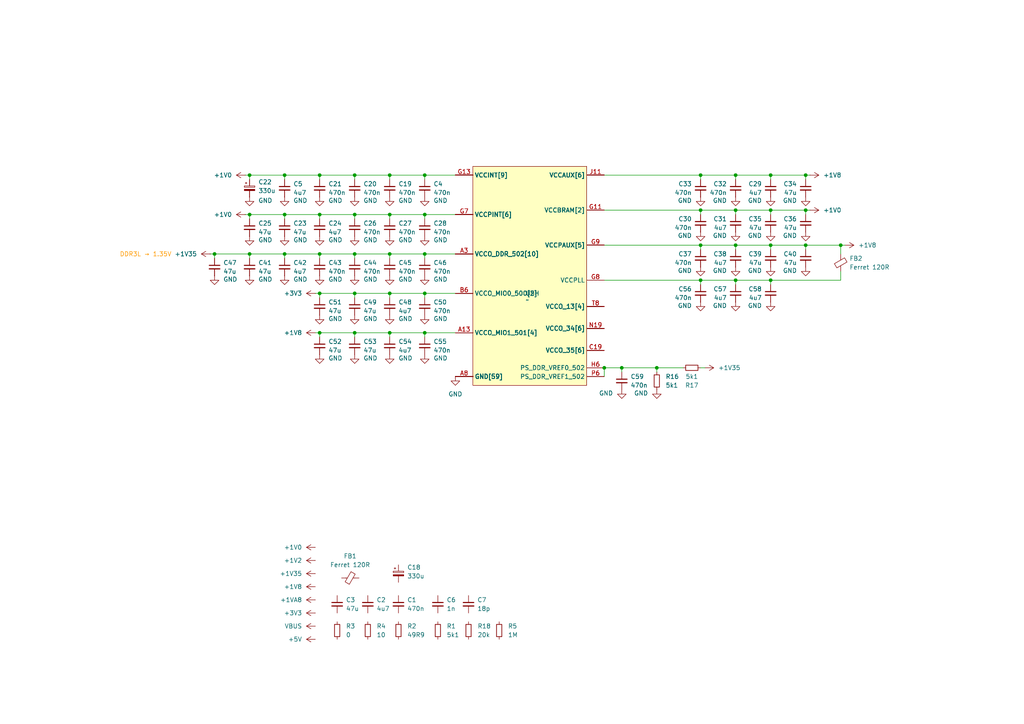
<source format=kicad_sch>
(kicad_sch (version 20231120) (generator "eeschema") (generator_version "8.0")
  (paper "A4")
  (junction (at 123.19 50.8))
  (junction (at 102.87 62.23))
  (junction (at 213.36 60.96))
  (junction (at 223.52 50.8))
  (junction (at 92.71 96.52))
  (junction (at 123.19 85.09))
  (junction (at 190.5 106.68))
  (junction (at 175.26 106.68))
  (junction (at 72.39 50.8))
  (junction (at 203.2 71.12))
  (junction (at 223.52 71.12))
  (junction (at 102.87 50.8))
  (junction (at 82.55 73.66))
  (junction (at 203.2 81.28))
  (junction (at 82.55 62.23))
  (junction (at 123.19 96.52))
  (junction (at 203.2 50.8))
  (junction (at 233.68 71.12))
  (junction (at 102.87 96.52))
  (junction (at 180.34 106.68))
  (junction (at 113.03 73.66))
  (junction (at 92.71 85.09))
  (junction (at 102.87 85.09))
  (junction (at 82.55 50.8))
  (junction (at 233.68 50.8))
  (junction (at 113.03 50.8))
  (junction (at 203.2 60.96))
  (junction (at 113.03 96.52))
  (junction (at 223.52 81.28))
  (junction (at 123.19 62.23))
  (junction (at 213.36 81.28))
  (junction (at 102.87 73.66))
  (junction (at 113.03 85.09))
  (junction (at 213.36 50.8))
  (junction (at 223.52 60.96))
  (junction (at 233.68 60.96))
  (junction (at 92.71 50.8))
  (junction (at 72.39 62.23))
  (junction (at 92.71 73.66))
  (junction (at 113.03 62.23))
  (junction (at 62.23 73.66))
  (junction (at 72.39 73.66))
  (junction (at 213.36 71.12))
  (junction (at 243.84 71.12))
  (junction (at 92.71 62.23))
  (junction (at 123.19 73.66))
  (wire (pts (xy 62.23 73.66) (xy 62.23 74.93)))
  (wire (pts (xy 123.19 85.09) (xy 123.19 86.36)))
  (wire (pts (xy 190.5 106.68) (xy 198.12 106.68)))
  (wire (pts (xy 72.39 73.66) (xy 82.55 73.66)))
  (wire (pts (xy 92.71 85.09) (xy 102.87 85.09)))
  (wire (pts (xy 92.71 73.66) (xy 102.87 73.66)))
  (wire (pts (xy 223.52 60.96) (xy 213.36 60.96)))
  (wire (pts (xy 113.03 50.8) (xy 123.19 50.8)))
  (wire (pts (xy 113.03 73.66) (xy 123.19 73.66)))
  (wire (pts (xy 203.2 106.68) (xy 204.47 106.68)))
  (wire (pts (xy 82.55 73.66) (xy 92.71 73.66)))
  (wire (pts (xy 113.03 50.8) (xy 113.03 52.07)))
  (wire (pts (xy 92.71 85.09) (xy 92.71 86.36)))
  (wire (pts (xy 123.19 96.52) (xy 132.08 96.52)))
  (wire (pts (xy 213.36 81.28) (xy 213.36 82.55)))
  (wire (pts (xy 92.71 96.52) (xy 102.87 96.52)))
  (wire (pts (xy 71.12 50.8) (xy 72.39 50.8)))
  (wire (pts (xy 175.26 60.96) (xy 203.2 60.96)))
  (wire (pts (xy 213.36 71.12) (xy 213.36 72.39)))
  (wire (pts (xy 82.55 62.23) (xy 72.39 62.23)))
  (wire (pts (xy 102.87 96.52) (xy 102.87 97.79)))
  (wire (pts (xy 92.71 50.8) (xy 92.71 52.07)))
  (wire (pts (xy 233.68 60.96) (xy 233.68 62.23)))
  (wire (pts (xy 82.55 62.23) (xy 82.55 63.5)))
  (wire (pts (xy 175.26 50.8) (xy 203.2 50.8)))
  (wire (pts (xy 223.52 50.8) (xy 223.52 52.07)))
  (wire (pts (xy 72.39 50.8) (xy 82.55 50.8)))
  (wire (pts (xy 203.2 50.8) (xy 203.2 52.07)))
  (wire (pts (xy 92.71 73.66) (xy 92.71 74.93)))
  (wire (pts (xy 113.03 96.52) (xy 123.19 96.52)))
  (wire (pts (xy 223.52 71.12) (xy 223.52 72.39)))
  (wire (pts (xy 123.19 73.66) (xy 123.19 74.93)))
  (wire (pts (xy 233.68 60.96) (xy 234.95 60.96)))
  (wire (pts (xy 223.52 60.96) (xy 223.52 62.23)))
  (wire (pts (xy 123.19 50.8) (xy 132.08 50.8)))
  (wire (pts (xy 175.26 81.28) (xy 203.2 81.28)))
  (wire (pts (xy 233.68 71.12) (xy 223.52 71.12)))
  (wire (pts (xy 203.2 81.28) (xy 213.36 81.28)))
  (wire (pts (xy 123.19 85.09) (xy 132.08 85.09)))
  (wire (pts (xy 203.2 60.96) (xy 203.2 62.23)))
  (wire (pts (xy 91.44 96.52) (xy 92.71 96.52)))
  (wire (pts (xy 213.36 50.8) (xy 213.36 52.07)))
  (wire (pts (xy 102.87 50.8) (xy 102.87 52.07)))
  (wire (pts (xy 113.03 62.23) (xy 123.19 62.23)))
  (wire (pts (xy 72.39 50.8) (xy 72.39 52.07)))
  (wire (pts (xy 123.19 50.8) (xy 123.19 52.07)))
  (wire (pts (xy 223.52 71.12) (xy 213.36 71.12)))
  (wire (pts (xy 82.55 73.66) (xy 82.55 74.93)))
  (wire (pts (xy 102.87 96.52) (xy 113.03 96.52)))
  (wire (pts (xy 175.26 106.68) (xy 175.26 109.22)))
  (wire (pts (xy 82.55 50.8) (xy 82.55 52.07)))
  (wire (pts (xy 180.34 106.68) (xy 190.5 106.68)))
  (wire (pts (xy 223.52 50.8) (xy 213.36 50.8)))
  (wire (pts (xy 92.71 62.23) (xy 92.71 63.5)))
  (wire (pts (xy 175.26 71.12) (xy 203.2 71.12)))
  (wire (pts (xy 233.68 50.8) (xy 223.52 50.8)))
  (wire (pts (xy 243.84 71.12) (xy 243.84 73.66)))
  (wire (pts (xy 62.23 73.66) (xy 72.39 73.66)))
  (wire (pts (xy 102.87 62.23) (xy 102.87 63.5)))
  (wire (pts (xy 223.52 81.28) (xy 223.52 82.55)))
  (wire (pts (xy 243.84 71.12) (xy 233.68 71.12)))
  (wire (pts (xy 180.34 106.68) (xy 180.34 107.95)))
  (wire (pts (xy 175.26 106.68) (xy 180.34 106.68)))
  (wire (pts (xy 102.87 73.66) (xy 102.87 74.93)))
  (wire (pts (xy 102.87 62.23) (xy 113.03 62.23)))
  (wire (pts (xy 243.84 71.12) (xy 245.11 71.12)))
  (wire (pts (xy 213.36 60.96) (xy 213.36 62.23)))
  (wire (pts (xy 213.36 50.8) (xy 203.2 50.8)))
  (wire (pts (xy 223.52 81.28) (xy 243.84 81.28)))
  (wire (pts (xy 123.19 62.23) (xy 123.19 63.5)))
  (wire (pts (xy 213.36 60.96) (xy 203.2 60.96)))
  (wire (pts (xy 113.03 85.09) (xy 113.03 86.36)))
  (wire (pts (xy 102.87 73.66) (xy 113.03 73.66)))
  (wire (pts (xy 123.19 73.66) (xy 132.08 73.66)))
  (wire (pts (xy 203.2 71.12) (xy 203.2 72.39)))
  (wire (pts (xy 91.44 85.09) (xy 92.71 85.09)))
  (wire (pts (xy 123.19 62.23) (xy 132.08 62.23)))
  (wire (pts (xy 190.5 106.68) (xy 190.5 107.95)))
  (wire (pts (xy 92.71 50.8) (xy 102.87 50.8)))
  (wire (pts (xy 113.03 62.23) (xy 113.03 63.5)))
  (wire (pts (xy 72.39 62.23) (xy 72.39 63.5)))
  (wire (pts (xy 243.84 81.28) (xy 243.84 78.74)))
  (wire (pts (xy 82.55 50.8) (xy 92.71 50.8)))
  (wire (pts (xy 71.12 62.23) (xy 72.39 62.23)))
  (wire (pts (xy 203.2 81.28) (xy 203.2 82.55)))
  (wire (pts (xy 113.03 85.09) (xy 123.19 85.09)))
  (wire (pts (xy 233.68 50.8) (xy 234.95 50.8)))
  (wire (pts (xy 233.68 60.96) (xy 223.52 60.96)))
  (wire (pts (xy 213.36 81.28) (xy 223.52 81.28)))
  (wire (pts (xy 113.03 73.66) (xy 113.03 74.93)))
  (wire (pts (xy 233.68 71.12) (xy 233.68 72.39)))
  (wire (pts (xy 213.36 71.12) (xy 203.2 71.12)))
  (wire (pts (xy 92.71 96.52) (xy 92.71 97.79)))
  (wire (pts (xy 102.87 85.09) (xy 102.87 86.36)))
  (wire (pts (xy 102.87 85.09) (xy 113.03 85.09)))
  (wire (pts (xy 92.71 62.23) (xy 102.87 62.23)))
  (wire (pts (xy 72.39 73.66) (xy 72.39 74.93)))
  (wire (pts (xy 113.03 96.52) (xy 113.03 97.79)))
  (wire (pts (xy 92.71 62.23) (xy 82.55 62.23)))
  (wire (pts (xy 60.96 73.66) (xy 62.23 73.66)))
  (wire (pts (xy 233.68 50.8) (xy 233.68 52.07)))
  (wire (pts (xy 102.87 50.8) (xy 113.03 50.8)))
  (wire (pts (xy 123.19 96.52) (xy 123.19 97.79)))
  (text "DDR3L → 1.35V" (at 49.784 73.914 0) (effects (font (size 1.27 1.27)) (justify right)))
  (symbol (lib_id "power:+1V8") (at 91.44 170.18 90) (unit 1)
    (property "Reference" "#PWR05" (effects (hide yes)))
    (property "Value" "+1V8" (at 87.63 170.1799 90) (effects (justify left)))
    (property "Description" "Power symbol creates a global label with name \"+1V8\"" (effects (hide yes)))
  )
  (symbol (lib_id "Device:C_Small") (at 123.19 77.47 0) (unit 1)
    (property "Reference" "C46" (at 125.73 76.2062 0) (effects (justify left)))
    (property "Value" "470n" (at 125.73 78.7462 0) (effects (justify left)))
    (property "Footprint" "otter:C_0402" (effects (hide yes)))
    (property "Description" "Unpolarized capacitor, small symbol" (effects (hide yes)))
  )
  (symbol (lib_id "Device:R_Small") (at 106.68 182.88 0) (unit 1)
    (property "Reference" "R4" (at 109.22 181.6099 0) (effects (justify left)))
    (property "Value" "10" (at 109.22 184.1499 0) (effects (justify left)))
    (property "Footprint" "otter:R_0402" (effects (hide yes)))
    (property "Description" "Resistor, small symbol" (effects (hide yes)))
  )
  (symbol (lib_id "Device:FerriteBead_Small") (at 243.84 76.2 0) (mirror x) (unit 1)
    (property "Reference" "FB2" (at 246.38 74.968 0) (effects (justify left)))
    (property "Value" "Ferret 120R" (at 246.38 77.508 0) (effects (justify left)))
    (property "Description" "Ferrite bead, small symbol" (effects (hide yes)))
  )
  (symbol (lib_id "Device:FerriteBead_Small") (at 101.6 167.64 90) (unit 1)
    (property "Reference" "FB1" (at 101.5619 161.29 90))
    (property "Value" "Ferret 120R" (at 101.5619 163.83 90))
    (property "Description" "Ferrite bead, small symbol" (effects (hide yes)))
  )
  (symbol (lib_id "Device:C_Small") (at 203.2 85.09 0) (mirror y) (unit 1)
    (property "Reference" "C56" (at 200.66 83.8262 0) (effects (justify left)))
    (property "Value" "470n" (at 200.66 86.3662 0) (effects (justify left)))
    (property "Footprint" "otter:C_0402" (effects (hide yes)))
    (property "Description" "Unpolarized capacitor, small symbol" (effects (hide yes)))
  )
  (symbol (lib_id "power:GND") (at 190.5 113.03 0) (mirror y) (unit 1)
    (property "Reference" "#PWR073" (effects (hide yes)))
    (property "Value" "GND" (at 185.928 114.046 0))
    (property "Description" "Power symbol creates a global label with name \"GND\" , ground" (effects (hide yes)))
  )
  (symbol (lib_id "Device:C_Small") (at 113.03 100.33 0) (unit 1)
    (property "Reference" "C54" (at 115.57 99.0662 0) (effects (justify left)))
    (property "Value" "4u7" (at 115.57 101.6062 0) (effects (justify left)))
    (property "Footprint" "otter:C_0603" (effects (hide yes)))
    (property "Description" "Unpolarized capacitor, small symbol" (effects (hide yes)))
  )
  (symbol (lib_id "power:GND") (at 123.19 57.15 0) (unit 1)
    (property "Reference" "#PWR02" (effects (hide yes)))
    (property "Value" "GND" (at 127.762 58.166 0))
    (property "Description" "Power symbol creates a global label with name \"GND\" , ground" (effects (hide yes)))
  )
  (symbol (lib_id "power:GND") (at 82.55 80.01 0) (unit 1)
    (property "Reference" "#PWR051" (effects (hide yes)))
    (property "Value" "GND" (at 87.122 81.026 0))
    (property "Description" "Power symbol creates a global label with name \"GND\" , ground" (effects (hide yes)))
  )
  (symbol (lib_id "Device:C_Small") (at 203.2 54.61 0) (mirror y) (unit 1)
    (property "Reference" "C33" (at 200.66 53.3462 0) (effects (justify left)))
    (property "Value" "470n" (at 200.66 55.8862 0) (effects (justify left)))
    (property "Footprint" "otter:C_0402" (effects (hide yes)))
    (property "Description" "Unpolarized capacitor, small symbol" (effects (hide yes)))
  )
  (symbol (lib_id "power:GND") (at 82.55 68.58 0) (unit 1)
    (property "Reference" "#PWR032" (effects (hide yes)))
    (property "Value" "GND" (at 87.122 69.596 0))
    (property "Description" "Power symbol creates a global label with name \"GND\" , ground" (effects (hide yes)))
  )
  (symbol (lib_id "Device:C_Small") (at 135.89 175.26 0) (unit 1)
    (property "Reference" "C7" (at 138.43 173.9962 0) (effects (justify left)))
    (property "Value" "18p" (at 138.43 176.5362 0) (effects (justify left)))
    (property "Footprint" "otter:C_0402" (effects (hide yes)))
    (property "Description" "Unpolarized capacitor, small symbol" (effects (hide yes)))
  )
  (symbol (lib_id "Device:C_Small") (at 223.52 64.77 0) (mirror y) (unit 1)
    (property "Reference" "C35" (at 220.98 63.5062 0) (effects (justify left)))
    (property "Value" "47u" (at 220.98 66.0462 0) (effects (justify left)))
    (property "Footprint" "otter:C_0805" (effects (hide yes)))
    (property "Description" "Unpolarized capacitor, small symbol" (effects (hide yes)))
  )
  (symbol (lib_id "power:GND") (at 113.03 91.44 0) (unit 1)
    (property "Reference" "#PWR058" (effects (hide yes)))
    (property "Value" "GND" (at 117.602 92.456 0))
    (property "Description" "Power symbol creates a global label with name \"GND\" , ground" (effects (hide yes)))
  )
  (symbol (lib_id "power:GND") (at 102.87 80.01 0) (unit 1)
    (property "Reference" "#PWR053" (effects (hide yes)))
    (property "Value" "GND" (at 107.442 81.026 0))
    (property "Description" "Power symbol creates a global label with name \"GND\" , ground" (effects (hide yes)))
  )
  (symbol (lib_id "power:+3V3") (at 91.44 85.09 90) (unit 1)
    (property "Reference" "#PWR075" (effects (hide yes)))
    (property "Value" "+3V3" (at 87.63 85.0899 90) (effects (justify left)))
    (property "Description" "Power symbol creates a global label with name \"+3V3\"" (effects (hide yes)))
  )
  (symbol (lib_id "Device:C_Small") (at 113.03 54.61 0) (unit 1)
    (property "Reference" "C19" (at 115.57 53.3462 0) (effects (justify left)))
    (property "Value" "470n" (at 115.57 55.8862 0) (effects (justify left)))
    (property "Footprint" "otter:C_0402" (effects (hide yes)))
    (property "Description" "Unpolarized capacitor, small symbol" (effects (hide yes)))
  )
  (symbol (lib_id "power:+1V35") (at 91.44 166.37 90) (unit 1)
    (property "Reference" "#PWR08" (effects (hide yes)))
    (property "Value" "+1V35" (at 87.63 166.3699 90) (effects (justify left)))
    (property "Description" "Power symbol creates a global label with name \"+1V35\"" (effects (hide yes)))
  )
  (symbol (lib_id "Device:C_Small") (at 113.03 77.47 0) (unit 1)
    (property "Reference" "C45" (at 115.57 76.2062 0) (effects (justify left)))
    (property "Value" "470n" (at 115.57 78.7462 0) (effects (justify left)))
    (property "Footprint" "otter:C_0402" (effects (hide yes)))
    (property "Description" "Unpolarized capacitor, small symbol" (effects (hide yes)))
  )
  (symbol (lib_id "power:GND") (at 92.71 68.58 0) (unit 1)
    (property "Reference" "#PWR033" (effects (hide yes)))
    (property "Value" "GND" (at 97.282 69.596 0))
    (property "Description" "Power symbol creates a global label with name \"GND\" , ground" (effects (hide yes)))
  )
  (symbol (lib_id "power:GND") (at 92.71 102.87 0) (unit 1)
    (property "Reference" "#PWR061" (effects (hide yes)))
    (property "Value" "GND" (at 97.282 103.886 0))
    (property "Description" "Power symbol creates a global label with name \"GND\" , ground" (effects (hide yes)))
  )
  (symbol (lib_id "power:GND") (at 92.71 57.15 0) (unit 1)
    (property "Reference" "#PWR031" (effects (hide yes)))
    (property "Value" "GND" (at 97.282 58.166 0))
    (property "Description" "Power symbol creates a global label with name \"GND\" , ground" (effects (hide yes)))
  )
  (symbol (lib_id "Device:R_Small") (at 135.89 182.88 0) (unit 1)
    (property "Reference" "R18" (at 138.4906 181.6099 0) (effects (justify left)))
    (property "Value" "20k" (at 138.4906 184.1499 0) (effects (justify left)))
    (property "Footprint" "otter:R_0402" (effects (hide yes)))
    (property "Description" "Resistor, small symbol" (effects (hide yes)))
  )
  (symbol (lib_id "power:GND") (at 132.08 109.22 0) (unit 1)
    (property "Reference" "#PWR01" (effects (hide yes)))
    (property "Value" "GND" (at 132.08 114.3 0))
    (property "Description" "Power symbol creates a global label with name \"GND\" , ground" (effects (hide yes)))
  )
  (symbol (lib_id "power:GND") (at 203.2 87.63 0) (mirror y) (unit 1)
    (property "Reference" "#PWR065" (effects (hide yes)))
    (property "Value" "GND" (at 198.628 88.646 0))
    (property "Description" "Power symbol creates a global label with name \"GND\" , ground" (effects (hide yes)))
  )
  (symbol (lib_id "Device:C_Small") (at 72.39 77.47 0) (unit 1)
    (property "Reference" "C41" (at 74.93 76.2062 0) (effects (justify left)))
    (property "Value" "47u" (at 74.93 78.7462 0) (effects (justify left)))
    (property "Footprint" "otter:C_0805" (effects (hide yes)))
    (property "Description" "Unpolarized capacitor, small symbol" (effects (hide yes)))
  )
  (symbol (lib_id "Device:C_Small") (at 223.52 54.61 0) (mirror y) (unit 1)
    (property "Reference" "C29" (at 220.98 53.3462 0) (effects (justify left)))
    (property "Value" "4u7" (at 220.98 55.8862 0) (effects (justify left)))
    (property "Footprint" "otter:C_0603" (effects (hide yes)))
    (property "Description" "Unpolarized capacitor, small symbol" (effects (hide yes)))
  )
  (symbol (lib_id "power:GND") (at 180.34 113.03 0) (mirror y) (unit 1)
    (property "Reference" "#PWR072" (effects (hide yes)))
    (property "Value" "GND" (at 175.768 114.046 0))
    (property "Description" "Power symbol creates a global label with name \"GND\" , ground" (effects (hide yes)))
  )
  (symbol (lib_id "Device:C_Small") (at 233.68 64.77 0) (mirror y) (unit 1)
    (property "Reference" "C36" (at 231.14 63.5062 0) (effects (justify left)))
    (property "Value" "47u" (at 231.14 66.0462 0) (effects (justify left)))
    (property "Footprint" "otter:C_0805" (effects (hide yes)))
    (property "Description" "Unpolarized capacitor, small symbol" (effects (hide yes)))
  )
  (symbol (lib_id "power:GND") (at 203.2 57.15 0) (mirror y) (unit 1)
    (property "Reference" "#PWR042" (effects (hide yes)))
    (property "Value" "GND" (at 198.628 58.166 0))
    (property "Description" "Power symbol creates a global label with name \"GND\" , ground" (effects (hide yes)))
  )
  (symbol (lib_id "Device:C_Small") (at 203.2 74.93 0) (mirror y) (unit 1)
    (property "Reference" "C37" (at 200.66 73.6662 0) (effects (justify left)))
    (property "Value" "470n" (at 200.66 76.2062 0) (effects (justify left)))
    (property "Footprint" "otter:C_0402" (effects (hide yes)))
    (property "Description" "Unpolarized capacitor, small symbol" (effects (hide yes)))
  )
  (symbol (lib_id "power:GND") (at 102.87 68.58 0) (unit 1)
    (property "Reference" "#PWR035" (effects (hide yes)))
    (property "Value" "GND" (at 107.442 69.596 0))
    (property "Description" "Power symbol creates a global label with name \"GND\" , ground" (effects (hide yes)))
  )
  (symbol (lib_id "power:GND") (at 92.71 91.44 0) (unit 1)
    (property "Reference" "#PWR060" (effects (hide yes)))
    (property "Value" "GND" (at 97.282 92.456 0))
    (property "Description" "Power symbol creates a global label with name \"GND\" , ground" (effects (hide yes)))
  )
  (symbol (lib_id "power:+1V0") (at 71.12 62.23 90) (unit 1)
    (property "Reference" "#PWR068" (effects (hide yes)))
    (property "Value" "+1V0" (at 67.31 62.2299 90) (effects (justify left)))
    (property "Description" "Power symbol creates a global label with name \"+1V0\"" (effects (hide yes)))
  )
  (symbol (lib_id "Device:C_Small") (at 102.87 66.04 0) (unit 1)
    (property "Reference" "C26" (at 105.41 64.7762 0) (effects (justify left)))
    (property "Value" "470n" (at 105.41 67.3162 0) (effects (justify left)))
    (property "Footprint" "otter:C_0402" (effects (hide yes)))
    (property "Description" "Unpolarized capacitor, small symbol" (effects (hide yes)))
  )
  (symbol (lib_id "Device:C_Small") (at 180.34 110.49 0) (unit 1)
    (property "Reference" "C59" (at 182.88 109.2262 0) (effects (justify left)))
    (property "Value" "470n" (at 182.88 111.7662 0) (effects (justify left)))
    (property "Footprint" "otter:C_0402" (effects (hide yes)))
    (property "Description" "Unpolarized capacitor, small symbol" (effects (hide yes)))
  )
  (symbol (lib_id "Device:C_Small") (at 233.68 54.61 0) (mirror y) (unit 1)
    (property "Reference" "C34" (at 231.14 53.3462 0) (effects (justify left)))
    (property "Value" "47u" (at 231.14 55.8862 0) (effects (justify left)))
    (property "Footprint" "otter:C_0805" (effects (hide yes)))
    (property "Description" "Unpolarized capacitor, small symbol" (effects (hide yes)))
  )
  (symbol (lib_id "power:GND") (at 72.39 57.15 0) (unit 1)
    (property "Reference" "#PWR04" (effects (hide yes)))
    (property "Value" "GND" (at 76.962 58.166 0))
    (property "Description" "Power symbol creates a global label with name \"GND\" , ground" (effects (hide yes)))
  )
  (symbol (lib_id "power:GND") (at 102.87 57.15 0) (unit 1)
    (property "Reference" "#PWR030" (effects (hide yes)))
    (property "Value" "GND" (at 107.442 58.166 0))
    (property "Description" "Power symbol creates a global label with name \"GND\" , ground" (effects (hide yes)))
  )
  (symbol (lib_id "Device:C_Small") (at 223.52 85.09 0) (mirror y) (unit 1)
    (property "Reference" "C58" (at 220.98 83.8262 0) (effects (justify left)))
    (property "Value" "4u7" (at 220.98 86.3662 0) (effects (justify left)))
    (property "Footprint" "otter:C_0603" (effects (hide yes)))
    (property "Description" "Unpolarized capacitor, small symbol" (effects (hide yes)))
  )
  (symbol (lib_id "power:GND") (at 223.52 87.63 0) (mirror y) (unit 1)
    (property "Reference" "#PWR067" (effects (hide yes)))
    (property "Value" "GND" (at 218.948 88.646 0))
    (property "Description" "Power symbol creates a global label with name \"GND\" , ground" (effects (hide yes)))
  )
  (symbol (lib_id "power:GND") (at 123.19 80.01 0) (unit 1)
    (property "Reference" "#PWR055" (effects (hide yes)))
    (property "Value" "GND" (at 127.762 81.026 0))
    (property "Description" "Power symbol creates a global label with name \"GND\" , ground" (effects (hide yes)))
  )
  (symbol (lib_id "Device:C_Small") (at 92.71 77.47 0) (unit 1)
    (property "Reference" "C43" (at 95.25 76.2062 0) (effects (justify left)))
    (property "Value" "470n" (at 95.25 78.7462 0) (effects (justify left)))
    (property "Footprint" "otter:C_0402" (effects (hide yes)))
    (property "Description" "Unpolarized capacitor, small symbol" (effects (hide yes)))
  )
  (symbol (lib_id "Device:C_Small") (at 213.36 74.93 0) (mirror y) (unit 1)
    (property "Reference" "C38" (at 210.82 73.6662 0) (effects (justify left)))
    (property "Value" "4u7" (at 210.82 76.2062 0) (effects (justify left)))
    (property "Footprint" "otter:C_0603" (effects (hide yes)))
    (property "Description" "Unpolarized capacitor, small symbol" (effects (hide yes)))
  )
  (symbol (lib_id "power:+1V8") (at 91.44 96.52 90) (unit 1)
    (property "Reference" "#PWR074" (effects (hide yes)))
    (property "Value" "+1V8" (at 87.63 96.5199 90) (effects (justify left)))
    (property "Description" "Power symbol creates a global label with name \"+1V8\"" (effects (hide yes)))
  )
  (symbol (lib_id "Device:C_Small") (at 213.36 85.09 0) (mirror y) (unit 1)
    (property "Reference" "C57" (at 210.82 83.8262 0) (effects (justify left)))
    (property "Value" "4u7" (at 210.82 86.3662 0) (effects (justify left)))
    (property "Footprint" "otter:C_0603" (effects (hide yes)))
    (property "Description" "Unpolarized capacitor, small symbol" (effects (hide yes)))
  )
  (symbol (lib_id "Device:R_Small") (at 127 182.88 0) (unit 1)
    (property "Reference" "R1" (at 129.54 181.6099 0) (effects (justify left)))
    (property "Value" "5k1" (at 129.54 184.1499 0) (effects (justify left)))
    (property "Footprint" "otter:R_0402" (effects (hide yes)))
    (property "Description" "Resistor, small symbol" (effects (hide yes)))
  )
  (symbol (lib_id "Device:C_Small") (at 92.71 100.33 0) (unit 1)
    (property "Reference" "C52" (at 95.25 99.0662 0) (effects (justify left)))
    (property "Value" "47u" (at 95.25 101.6062 0) (effects (justify left)))
    (property "Footprint" "otter:C_0805" (effects (hide yes)))
    (property "Description" "Unpolarized capacitor, small symbol" (effects (hide yes)))
  )
  (symbol (lib_id "Device:C_Small") (at 102.87 54.61 0) (unit 1)
    (property "Reference" "C20" (at 105.41 53.3462 0) (effects (justify left)))
    (property "Value" "470n" (at 105.41 55.8862 0) (effects (justify left)))
    (property "Footprint" "otter:C_0402" (effects (hide yes)))
    (property "Description" "Unpolarized capacitor, small symbol" (effects (hide yes)))
  )
  (symbol (lib_id "Device:C_Small") (at 223.52 74.93 0) (mirror y) (unit 1)
    (property "Reference" "C39" (at 220.98 73.6662 0) (effects (justify left)))
    (property "Value" "47u" (at 220.98 76.2062 0) (effects (justify left)))
    (property "Footprint" "otter:C_0805" (effects (hide yes)))
    (property "Description" "Unpolarized capacitor, small symbol" (effects (hide yes)))
  )
  (symbol (lib_id "power:GND") (at 213.36 77.47 0) (mirror y) (unit 1)
    (property "Reference" "#PWR047" (effects (hide yes)))
    (property "Value" "GND" (at 208.788 78.486 0))
    (property "Description" "Power symbol creates a global label with name \"GND\" , ground" (effects (hide yes)))
  )
  (symbol (lib_id "power:+1V2") (at 91.44 162.56 90) (unit 1)
    (property "Reference" "#PWR012" (effects (hide yes)))
    (property "Value" "+1V2" (at 87.63 162.5599 90) (effects (justify left)))
    (property "Description" "Power symbol creates a global label with name \"+1V2\"" (effects (hide yes)))
  )
  (symbol (lib_id "Device:C_Small") (at 233.68 74.93 0) (mirror y) (unit 1)
    (property "Reference" "C40" (at 231.14 73.6662 0) (effects (justify left)))
    (property "Value" "47u" (at 231.14 76.2062 0) (effects (justify left)))
    (property "Footprint" "otter:C_0805" (effects (hide yes)))
    (property "Description" "Unpolarized capacitor, small symbol" (effects (hide yes)))
  )
  (symbol (lib_id "power:+1V0") (at 234.95 60.96 270) (unit 1)
    (property "Reference" "#PWR080" (effects (hide yes)))
    (property "Value" "+1V0" (at 238.76 60.9599 90) (effects (justify left)))
    (property "Description" "Power symbol creates a global label with name \"+1V0\"" (effects (hide yes)))
  )
  (symbol (lib_id "Device:C_Small") (at 203.2 64.77 0) (mirror y) (unit 1)
    (property "Reference" "C30" (at 200.66 63.5062 0) (effects (justify left)))
    (property "Value" "470n" (at 200.66 66.0462 0) (effects (justify left)))
    (property "Footprint" "otter:C_0402" (effects (hide yes)))
    (property "Description" "Unpolarized capacitor, small symbol" (effects (hide yes)))
  )
  (symbol (lib_id "power:+1V8") (at 91.44 173.99 90) (unit 1)
    (property "Reference" "#PWR09" (effects (hide yes)))
    (property "Value" "+1VA8" (at 87.63 173.9899 90) (effects (justify left)))
    (property "Description" "Power symbol creates a global label with name \"+1V8\"" (effects (hide yes)))
  )
  (symbol (lib_id "Device:C_Polarized_Small") (at 115.57 166.37 0) (unit 1)
    (property "Reference" "C18" (at 118.11 164.5538 0) (effects (justify left)))
    (property "Value" "330u" (at 118.11 167.0938 0) (effects (justify left)))
    (property "Footprint" "Capacitor_Tantalum_SMD:CP_EIA-7343-15_Kemet-W" (effects (hide yes)))
    (property "Description" "Polarized capacitor, small symbol" (effects (hide yes)))
  )
  (symbol (lib_id "Device:R_Small") (at 115.57 182.88 0) (unit 1)
    (property "Reference" "R2" (at 118.11 181.6099 0) (effects (justify left)))
    (property "Value" "49R9" (at 118.11 184.1499 0) (effects (justify left)))
    (property "Footprint" "otter:R_0402" (effects (hide yes)))
    (property "Description" "Resistor, small symbol" (effects (hide yes)))
  )
  (symbol (lib_id "power:+5V") (at 91.44 185.42 90) (unit 1)
    (property "Reference" "#PWR011" (effects (hide yes)))
    (property "Value" "+5V" (at 87.63 185.4199 90) (effects (justify left)))
    (property "Description" "Power symbol creates a global label with name \"+5V\"" (effects (hide yes)))
  )
  (symbol (lib_id "Device:C_Small") (at 97.79 175.26 0) (unit 1)
    (property "Reference" "C3" (at 100.33 173.9962 0) (effects (justify left)))
    (property "Value" "47u" (at 100.33 176.5362 0) (effects (justify left)))
    (property "Footprint" "otter:C_0805" (effects (hide yes)))
    (property "Description" "Unpolarized capacitor, small symbol" (effects (hide yes)))
  )
  (symbol (lib_id "power:GND") (at 62.23 80.01 0) (unit 1)
    (property "Reference" "#PWR056" (effects (hide yes)))
    (property "Value" "GND" (at 66.802 81.026 0))
    (property "Description" "Power symbol creates a global label with name \"GND\" , ground" (effects (hide yes)))
  )
  (symbol (lib_id "Device:C_Small") (at 123.19 88.9 0) (unit 1)
    (property "Reference" "C50" (at 125.73 87.6362 0) (effects (justify left)))
    (property "Value" "470n" (at 125.73 90.1762 0) (effects (justify left)))
    (property "Footprint" "otter:C_0402" (effects (hide yes)))
    (property "Description" "Unpolarized capacitor, small symbol" (effects (hide yes)))
  )
  (symbol (lib_id "Device:C_Small") (at 213.36 54.61 0) (mirror y) (unit 1)
    (property "Reference" "C32" (at 210.82 53.3462 0) (effects (justify left)))
    (property "Value" "470n" (at 210.82 55.8862 0) (effects (justify left)))
    (property "Footprint" "otter:C_0402" (effects (hide yes)))
    (property "Description" "Unpolarized capacitor, small symbol" (effects (hide yes)))
  )
  (symbol (lib_id "power:+1V35") (at 60.96 73.66 90) (unit 1)
    (property "Reference" "#PWR070" (effects (hide yes)))
    (property "Value" "+1V35" (at 57.15 73.6599 90) (effects (justify left)))
    (property "Description" "Power symbol creates a global label with name \"+1V35\"" (effects (hide yes)))
  )
  (symbol (lib_id "Device:C_Small") (at 127 175.26 0) (unit 1)
    (property "Reference" "C6" (at 129.54 173.9962 0) (effects (justify left)))
    (property "Value" "1n" (at 129.54 176.5362 0) (effects (justify left)))
    (property "Footprint" "otter:C_0603" (effects (hide yes)))
    (property "Description" "Unpolarized capacitor, small symbol" (effects (hide yes)))
  )
  (symbol (lib_id "Device:C_Small") (at 82.55 66.04 0) (unit 1)
    (property "Reference" "C23" (at 85.09 64.7762 0) (effects (justify left)))
    (property "Value" "47u" (at 85.09 67.3162 0) (effects (justify left)))
    (property "Footprint" "otter:C_0805" (effects (hide yes)))
    (property "Description" "Unpolarized capacitor, small symbol" (effects (hide yes)))
  )
  (symbol (lib_id "power:+3V3") (at 91.44 177.8 90) (unit 1)
    (property "Reference" "#PWR07" (effects (hide yes)))
    (property "Value" "+3V3" (at 87.63 177.7999 90) (effects (justify left)))
    (property "Description" "Power symbol creates a global label with name \"+3V3\"" (effects (hide yes)))
  )
  (symbol (lib_id "power:GND") (at 213.36 87.63 0) (mirror y) (unit 1)
    (property "Reference" "#PWR066" (effects (hide yes)))
    (property "Value" "GND" (at 208.788 88.646 0))
    (property "Description" "Power symbol creates a global label with name \"GND\" , ground" (effects (hide yes)))
  )
  (symbol (lib_id "power:GND") (at 92.71 80.01 0) (unit 1)
    (property "Reference" "#PWR052" (effects (hide yes)))
    (property "Value" "GND" (at 97.282 81.026 0))
    (property "Description" "Power symbol creates a global label with name \"GND\" , ground" (effects (hide yes)))
  )
  (symbol (lib_id "power:GND") (at 233.68 57.15 0) (mirror y) (unit 1)
    (property "Reference" "#PWR039" (effects (hide yes)))
    (property "Value" "GND" (at 229.108 58.166 0))
    (property "Description" "Power symbol creates a global label with name \"GND\" , ground" (effects (hide yes)))
  )
  (symbol (lib_id "otter:XC7Z020-1CLG400C") (at 132.08 111.76 0) (unit 8)
    (property "Reference" "U5" (at 152.4 85.0899 0) (effects (justify left)))
    (property "Value" "~" (at 152.4 86.995 0) (effects (justify left)))
    (property "Footprint" "otter:1CLG400C" (effects (hide yes)))
  )
  (symbol (lib_id "Device:R_Small") (at 97.79 182.88 0) (unit 1)
    (property "Reference" "R3" (at 100.33 181.6099 0) (effects (justify left)))
    (property "Value" "0" (at 100.33 184.1499 0) (effects (justify left)))
    (property "Footprint" "otter:R_0402" (effects (hide yes)))
    (property "Description" "Resistor, small symbol" (effects (hide yes)))
  )
  (symbol (lib_id "power:GND") (at 113.03 80.01 0) (unit 1)
    (property "Reference" "#PWR054" (effects (hide yes)))
    (property "Value" "GND" (at 117.602 81.026 0))
    (property "Description" "Power symbol creates a global label with name \"GND\" , ground" (effects (hide yes)))
  )
  (symbol (lib_id "power:GND") (at 123.19 102.87 0) (unit 1)
    (property "Reference" "#PWR064" (effects (hide yes)))
    (property "Value" "GND" (at 127.762 103.886 0))
    (property "Description" "Power symbol creates a global label with name \"GND\" , ground" (effects (hide yes)))
  )
  (symbol (lib_id "Device:C_Small") (at 106.68 175.26 0) (unit 1)
    (property "Reference" "C2" (at 109.22 173.9962 0) (effects (justify left)))
    (property "Value" "4u7" (at 109.22 176.5362 0) (effects (justify left)))
    (property "Footprint" "otter:C_0603" (effects (hide yes)))
    (property "Description" "Unpolarized capacitor, small symbol" (effects (hide yes)))
  )
  (symbol (lib_id "power:GND") (at 113.03 57.15 0) (unit 1)
    (property "Reference" "#PWR029" (effects (hide yes)))
    (property "Value" "GND" (at 117.602 58.166 0))
    (property "Description" "Power symbol creates a global label with name \"GND\" , ground" (effects (hide yes)))
  )
  (symbol (lib_id "power:GND") (at 113.03 102.87 0) (unit 1)
    (property "Reference" "#PWR063" (effects (hide yes)))
    (property "Value" "GND" (at 117.602 103.886 0))
    (property "Description" "Power symbol creates a global label with name \"GND\" , ground" (effects (hide yes)))
  )
  (symbol (lib_id "power:GND") (at 223.52 57.15 0) (mirror y) (unit 1)
    (property "Reference" "#PWR038" (effects (hide yes)))
    (property "Value" "GND" (at 218.948 58.166 0))
    (property "Description" "Power symbol creates a global label with name \"GND\" , ground" (effects (hide yes)))
  )
  (symbol (lib_id "Device:C_Small") (at 102.87 77.47 0) (unit 1)
    (property "Reference" "C44" (at 105.41 76.2062 0) (effects (justify left)))
    (property "Value" "470n" (at 105.41 78.7462 0) (effects (justify left)))
    (property "Footprint" "otter:C_0402" (effects (hide yes)))
    (property "Description" "Unpolarized capacitor, small symbol" (effects (hide yes)))
  )
  (symbol (lib_id "Device:C_Small") (at 82.55 77.47 0) (unit 1)
    (property "Reference" "C42" (at 85.09 76.2062 0) (effects (justify left)))
    (property "Value" "4u7" (at 85.09 78.7462 0) (effects (justify left)))
    (property "Footprint" "otter:C_0603" (effects (hide yes)))
    (property "Description" "Unpolarized capacitor, small symbol" (effects (hide yes)))
  )
  (symbol (lib_id "Device:R_Small") (at 200.66 106.68 270) (mirror x) (unit 1)
    (property "Reference" "R17" (at 200.66 111.76 90))
    (property "Value" "5k1" (at 200.66 109.22 90))
    (property "Footprint" "otter:R_0402" (effects (hide yes)))
    (property "Description" "Resistor, small symbol" (effects (hide yes)))
  )
  (symbol (lib_id "power:GND") (at 102.87 91.44 0) (unit 1)
    (property "Reference" "#PWR057" (effects (hide yes)))
    (property "Value" "GND" (at 107.442 92.456 0))
    (property "Description" "Power symbol creates a global label with name \"GND\" , ground" (effects (hide yes)))
  )
  (symbol (lib_id "power:GND") (at 223.52 67.31 0) (mirror y) (unit 1)
    (property "Reference" "#PWR044" (effects (hide yes)))
    (property "Value" "GND" (at 218.948 68.326 0))
    (property "Description" "Power symbol creates a global label with name \"GND\" , ground" (effects (hide yes)))
  )
  (symbol (lib_id "power:GND") (at 203.2 67.31 0) (mirror y) (unit 1)
    (property "Reference" "#PWR040" (effects (hide yes)))
    (property "Value" "GND" (at 198.628 68.326 0))
    (property "Description" "Power symbol creates a global label with name \"GND\" , ground" (effects (hide yes)))
  )
  (symbol (lib_id "power:GND") (at 123.19 91.44 0) (unit 1)
    (property "Reference" "#PWR059" (effects (hide yes)))
    (property "Value" "GND" (at 127.762 92.456 0))
    (property "Description" "Power symbol creates a global label with name \"GND\" , ground" (effects (hide yes)))
  )
  (symbol (lib_id "power:GND") (at 213.36 67.31 0) (mirror y) (unit 1)
    (property "Reference" "#PWR043" (effects (hide yes)))
    (property "Value" "GND" (at 208.788 68.326 0))
    (property "Description" "Power symbol creates a global label with name \"GND\" , ground" (effects (hide yes)))
  )
  (symbol (lib_id "power:+1V8") (at 234.95 50.8 270) (unit 1)
    (property "Reference" "#PWR079" (effects (hide yes)))
    (property "Value" "+1V8" (at 238.76 50.7999 90) (effects (justify left)))
    (property "Description" "Power symbol creates a global label with name \"+1V8\"" (effects (hide yes)))
  )
  (symbol (lib_id "power:GND") (at 233.68 67.31 0) (mirror y) (unit 1)
    (property "Reference" "#PWR045" (effects (hide yes)))
    (property "Value" "GND" (at 229.108 68.326 0))
    (property "Description" "Power symbol creates a global label with name \"GND\" , ground" (effects (hide yes)))
  )
  (symbol (lib_id "Device:C_Small") (at 82.55 54.61 0) (unit 1)
    (property "Reference" "C5" (at 85.09 53.3462 0) (effects (justify left)))
    (property "Value" "4u7" (at 85.09 55.8862 0) (effects (justify left)))
    (property "Footprint" "otter:C_0603" (effects (hide yes)))
    (property "Description" "Unpolarized capacitor, small symbol" (effects (hide yes)))
  )
  (symbol (lib_id "power:GND") (at 123.19 68.58 0) (unit 1)
    (property "Reference" "#PWR037" (effects (hide yes)))
    (property "Value" "GND" (at 127.762 69.596 0))
    (property "Description" "Power symbol creates a global label with name \"GND\" , ground" (effects (hide yes)))
  )
  (symbol (lib_id "Device:C_Small") (at 123.19 66.04 0) (unit 1)
    (property "Reference" "C28" (at 125.73 64.7762 0) (effects (justify left)))
    (property "Value" "470n" (at 125.73 67.3162 0) (effects (justify left)))
    (property "Footprint" "otter:C_0402" (effects (hide yes)))
    (property "Description" "Unpolarized capacitor, small symbol" (effects (hide yes)))
  )
  (symbol (lib_id "Device:C_Small") (at 92.71 88.9 0) (unit 1)
    (property "Reference" "C51" (at 95.25 87.6362 0) (effects (justify left)))
    (property "Value" "47u" (at 95.25 90.1762 0) (effects (justify left)))
    (property "Footprint" "otter:C_0805" (effects (hide yes)))
    (property "Description" "Unpolarized capacitor, small symbol" (effects (hide yes)))
  )
  (symbol (lib_id "Device:C_Small") (at 213.36 64.77 0) (mirror y) (unit 1)
    (property "Reference" "C31" (at 210.82 63.5062 0) (effects (justify left)))
    (property "Value" "4u7" (at 210.82 66.0462 0) (effects (justify left)))
    (property "Footprint" "otter:C_0603" (effects (hide yes)))
    (property "Description" "Unpolarized capacitor, small symbol" (effects (hide yes)))
  )
  (symbol (lib_id "power:GND") (at 213.36 57.15 0) (mirror y) (unit 1)
    (property "Reference" "#PWR041" (effects (hide yes)))
    (property "Value" "GND" (at 208.788 58.166 0))
    (property "Description" "Power symbol creates a global label with name \"GND\" , ground" (effects (hide yes)))
  )
  (symbol (lib_id "Device:C_Small") (at 102.87 100.33 0) (unit 1)
    (property "Reference" "C53" (at 105.41 99.0662 0) (effects (justify left)))
    (property "Value" "47u" (at 105.41 101.6062 0) (effects (justify left)))
    (property "Footprint" "otter:C_0805" (effects (hide yes)))
    (property "Description" "Unpolarized capacitor, small symbol" (effects (hide yes)))
  )
  (symbol (lib_id "Device:C_Small") (at 123.19 54.61 0) (unit 1)
    (property "Reference" "C4" (at 125.73 53.3462 0) (effects (justify left)))
    (property "Value" "470n" (at 125.73 55.8862 0) (effects (justify left)))
    (property "Footprint" "otter:C_0402" (effects (hide yes)))
    (property "Description" "Unpolarized capacitor, small symbol" (effects (hide yes)))
  )
  (symbol (lib_id "Device:C_Polarized_Small") (at 72.39 54.61 0) (unit 1)
    (property "Reference" "C22" (at 74.93 52.7938 0) (effects (justify left)))
    (property "Value" "330u" (at 74.93 55.3338 0) (effects (justify left)))
    (property "Footprint" "Capacitor_Tantalum_SMD:CP_EIA-7343-15_Kemet-W" (effects (hide yes)))
    (property "Description" "Polarized capacitor, small symbol" (effects (hide yes)))
  )
  (symbol (lib_id "Device:C_Small") (at 72.39 66.04 0) (unit 1)
    (property "Reference" "C25" (at 74.93 64.7762 0) (effects (justify left)))
    (property "Value" "47u" (at 74.93 67.3162 0) (effects (justify left)))
    (property "Footprint" "otter:C_0805" (effects (hide yes)))
    (property "Description" "Unpolarized capacitor, small symbol" (effects (hide yes)))
  )
  (symbol (lib_id "power:+1V0") (at 91.44 158.75 90) (unit 1)
    (property "Reference" "#PWR06" (effects (hide yes)))
    (property "Value" "+1V0" (at 87.63 158.7499 90) (effects (justify left)))
    (property "Description" "Power symbol creates a global label with name \"+1V0\"" (effects (hide yes)))
  )
  (symbol (lib_id "Device:R_Small") (at 144.78 182.88 0) (unit 1)
    (property "Reference" "R5" (at 147.32 181.6099 0) (effects (justify left)))
    (property "Value" "1M" (at 147.32 184.1499 0) (effects (justify left)))
    (property "Footprint" "otter:R_0603" (effects (hide yes)))
    (property "Description" "Resistor, small symbol" (effects (hide yes)))
  )
  (symbol (lib_id "Device:C_Small") (at 123.19 100.33 0) (unit 1)
    (property "Reference" "C55" (at 125.73 99.0662 0) (effects (justify left)))
    (property "Value" "470n" (at 125.73 101.6062 0) (effects (justify left)))
    (property "Footprint" "otter:C_0402" (effects (hide yes)))
    (property "Description" "Unpolarized capacitor, small symbol" (effects (hide yes)))
  )
  (symbol (lib_id "power:GND") (at 113.03 68.58 0) (unit 1)
    (property "Reference" "#PWR036" (effects (hide yes)))
    (property "Value" "GND" (at 117.602 69.596 0))
    (property "Description" "Power symbol creates a global label with name \"GND\" , ground" (effects (hide yes)))
  )
  (symbol (lib_id "power:GND") (at 233.68 77.47 0) (mirror y) (unit 1)
    (property "Reference" "#PWR049" (effects (hide yes)))
    (property "Value" "GND" (at 229.108 78.486 0))
    (property "Description" "Power symbol creates a global label with name \"GND\" , ground" (effects (hide yes)))
  )
  (symbol (lib_id "Device:C_Small") (at 92.71 66.04 0) (unit 1)
    (property "Reference" "C24" (at 95.25 64.7762 0) (effects (justify left)))
    (property "Value" "4u7" (at 95.25 67.3162 0) (effects (justify left)))
    (property "Footprint" "otter:C_0603" (effects (hide yes)))
    (property "Description" "Unpolarized capacitor, small symbol" (effects (hide yes)))
  )
  (symbol (lib_id "power:+1V8") (at 245.11 71.12 270) (unit 1)
    (property "Reference" "#PWR069" (effects (hide yes)))
    (property "Value" "+1V8" (at 248.92 71.1199 90) (effects (justify left)))
    (property "Description" "Power symbol creates a global label with name \"+1V8\"" (effects (hide yes)))
  )
  (symbol (lib_id "power:+1V35") (at 204.47 106.68 270) (unit 1)
    (property "Reference" "#PWR071" (effects (hide yes)))
    (property "Value" "+1V35" (at 208.28 106.6799 90) (effects (justify left)))
    (property "Description" "Power symbol creates a global label with name \"+1V35\"" (effects (hide yes)))
  )
  (symbol (lib_id "power:GND") (at 223.52 77.47 0) (mirror y) (unit 1)
    (property "Reference" "#PWR048" (effects (hide yes)))
    (property "Value" "GND" (at 218.948 78.486 0))
    (property "Description" "Power symbol creates a global label with name \"GND\" , ground" (effects (hide yes)))
  )
  (symbol (lib_id "power:GND") (at 203.2 77.47 0) (mirror y) (unit 1)
    (property "Reference" "#PWR046" (effects (hide yes)))
    (property "Value" "GND" (at 198.628 78.486 0))
    (property "Description" "Power symbol creates a global label with name \"GND\" , ground" (effects (hide yes)))
  )
  (symbol (lib_id "power:GND") (at 72.39 68.58 0) (unit 1)
    (property "Reference" "#PWR034" (effects (hide yes)))
    (property "Value" "GND" (at 76.962 69.596 0))
    (property "Description" "Power symbol creates a global label with name \"GND\" , ground" (effects (hide yes)))
  )
  (symbol (lib_id "Device:R_Small") (at 190.5 110.49 0) (unit 1)
    (property "Reference" "R16" (at 193.04 109.2199 0) (effects (justify left)))
    (property "Value" "5k1" (at 193.04 111.7599 0) (effects (justify left)))
    (property "Footprint" "otter:R_0402" (effects (hide yes)))
    (property "Description" "Resistor, small symbol" (effects (hide yes)))
  )
  (symbol (lib_id "power:GND") (at 82.55 57.15 0) (unit 1)
    (property "Reference" "#PWR03" (effects (hide yes)))
    (property "Value" "GND" (at 87.122 58.166 0))
    (property "Description" "Power symbol creates a global label with name \"GND\" , ground" (effects (hide yes)))
  )
  (symbol (lib_id "Device:C_Small") (at 115.57 175.26 0) (unit 1)
    (property "Reference" "C1" (at 118.11 173.9962 0) (effects (justify left)))
    (property "Value" "470n" (at 118.11 176.5362 0) (effects (justify left)))
    (property "Footprint" "otter:C_0402" (effects (hide yes)))
    (property "Description" "Unpolarized capacitor, small symbol" (effects (hide yes)))
  )
  (symbol (lib_id "Device:C_Small") (at 62.23 77.47 0) (unit 1)
    (property "Reference" "C47" (at 64.77 76.2062 0) (effects (justify left)))
    (property "Value" "47u" (at 64.77 78.7462 0) (effects (justify left)))
    (property "Footprint" "otter:C_0805" (effects (hide yes)))
    (property "Description" "Unpolarized capacitor, small symbol" (effects (hide yes)))
  )
  (symbol (lib_id "power:GND") (at 72.39 80.01 0) (unit 1)
    (property "Reference" "#PWR050" (effects (hide yes)))
    (property "Value" "GND" (at 76.962 81.026 0))
    (property "Description" "Power symbol creates a global label with name \"GND\" , ground" (effects (hide yes)))
  )
  (symbol (lib_id "Device:C_Small") (at 113.03 66.04 0) (unit 1)
    (property "Reference" "C27" (at 115.57 64.7762 0) (effects (justify left)))
    (property "Value" "470n" (at 115.57 67.3162 0) (effects (justify left)))
    (property "Footprint" "otter:C_0402" (effects (hide yes)))
    (property "Description" "Unpolarized capacitor, small symbol" (effects (hide yes)))
  )
  (symbol (lib_id "power:GND") (at 102.87 102.87 0) (unit 1)
    (property "Reference" "#PWR062" (effects (hide yes)))
    (property "Value" "GND" (at 107.442 103.886 0))
    (property "Description" "Power symbol creates a global label with name \"GND\" , ground" (effects (hide yes)))
  )
  (symbol (lib_id "Device:C_Small") (at 102.87 88.9 0) (unit 1)
    (property "Reference" "C49" (at 105.41 87.6362 0) (effects (justify left)))
    (property "Value" "47u" (at 105.41 90.1762 0) (effects (justify left)))
    (property "Footprint" "otter:C_0805" (effects (hide yes)))
    (property "Description" "Unpolarized capacitor, small symbol" (effects (hide yes)))
  )
  (symbol (lib_id "power:VBUS") (at 91.44 181.61 90) (unit 1)
    (property "Reference" "#PWR010" (effects (hide yes)))
    (property "Value" "VBUS" (at 87.63 181.6099 90) (effects (justify left)))
    (property "Description" "Power symbol creates a global label with name \"VBUS\"" (effects (hide yes)))
  )
  (symbol (lib_id "Device:C_Small") (at 113.03 88.9 0) (unit 1)
    (property "Reference" "C48" (at 115.57 87.6362 0) (effects (justify left)))
    (property "Value" "4u7" (at 115.57 90.1762 0) (effects (justify left)))
    (property "Footprint" "otter:C_0603" (effects (hide yes)))
    (property "Description" "Unpolarized capacitor, small symbol" (effects (hide yes)))
  )
  (symbol (lib_id "Device:C_Small") (at 92.71 54.61 0) (unit 1)
    (property "Reference" "C21" (at 95.25 53.3462 0) (effects (justify left)))
    (property "Value" "470n" (at 95.25 55.8862 0) (effects (justify left)))
    (property "Footprint" "otter:C_0402" (effects (hide yes)))
    (property "Description" "Unpolarized capacitor, small symbol" (effects (hide yes)))
  )
  (symbol (lib_id "power:+1V0") (at 71.12 50.8 90) (unit 1)
    (property "Reference" "#PWR078" (effects (hide yes)))
    (property "Value" "+1V0" (at 67.31 50.7999 90) (effects (justify left)))
    (property "Description" "Power symbol creates a global label with name \"+1V0\"" (effects (hide yes)))
  )
)
</source>
